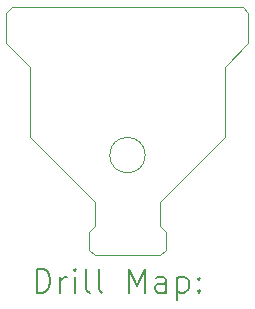
<source format=gbr>
%TF.GenerationSoftware,KiCad,Pcbnew,8.0.6*%
%TF.CreationDate,2025-07-11T16:26:12-05:00*%
%TF.ProjectId,PortFrontV1,506f7274-4672-46f6-9e74-56312e6b6963,rev?*%
%TF.SameCoordinates,Original*%
%TF.FileFunction,Drillmap*%
%TF.FilePolarity,Positive*%
%FSLAX45Y45*%
G04 Gerber Fmt 4.5, Leading zero omitted, Abs format (unit mm)*
G04 Created by KiCad (PCBNEW 8.0.6) date 2025-07-11 16:26:12*
%MOMM*%
%LPD*%
G01*
G04 APERTURE LIST*
%ADD10C,0.050000*%
%ADD11C,0.200000*%
G04 APERTURE END LIST*
D10*
X7725000Y-6250000D02*
G75*
G02*
X7425000Y-6250000I-150000J0D01*
G01*
X7425000Y-6250000D02*
G75*
G02*
X7725000Y-6250000I150000J0D01*
G01*
X8550000Y-5000000D02*
X6600000Y-5000000D01*
X7900000Y-7050000D02*
X7850000Y-7100000D01*
X8400000Y-6100000D02*
X7850000Y-6650000D01*
X7300000Y-6650000D02*
X7300000Y-6850000D01*
X6750000Y-6100000D02*
X7300000Y-6650000D01*
X7850000Y-6850000D02*
X7900000Y-6900000D01*
X7900000Y-6900000D02*
X7900000Y-7050000D01*
X6550000Y-5050000D02*
X6550000Y-5300000D01*
X7850000Y-6650000D02*
X7850000Y-6850000D01*
X8400000Y-5500000D02*
X8400000Y-6100000D01*
X7300000Y-7100000D02*
X7850000Y-7100000D01*
X6550000Y-5300000D02*
X6750000Y-5500000D01*
X7250000Y-7050000D02*
X7300000Y-7100000D01*
X8600000Y-5300000D02*
X8400000Y-5500000D01*
X8600000Y-5050000D02*
X8600000Y-5300000D01*
X8550000Y-5000000D02*
X8600000Y-5050000D01*
X6600000Y-5000000D02*
X6550000Y-5050000D01*
X6750000Y-5500000D02*
X6750000Y-6100000D01*
X7250000Y-6900000D02*
X7250000Y-7050000D01*
X7300000Y-6850000D02*
X7250000Y-6900000D01*
D11*
X6808277Y-7413984D02*
X6808277Y-7213984D01*
X6808277Y-7213984D02*
X6855896Y-7213984D01*
X6855896Y-7213984D02*
X6884467Y-7223508D01*
X6884467Y-7223508D02*
X6903515Y-7242555D01*
X6903515Y-7242555D02*
X6913039Y-7261603D01*
X6913039Y-7261603D02*
X6922562Y-7299698D01*
X6922562Y-7299698D02*
X6922562Y-7328269D01*
X6922562Y-7328269D02*
X6913039Y-7366365D01*
X6913039Y-7366365D02*
X6903515Y-7385412D01*
X6903515Y-7385412D02*
X6884467Y-7404460D01*
X6884467Y-7404460D02*
X6855896Y-7413984D01*
X6855896Y-7413984D02*
X6808277Y-7413984D01*
X7008277Y-7413984D02*
X7008277Y-7280650D01*
X7008277Y-7318746D02*
X7017801Y-7299698D01*
X7017801Y-7299698D02*
X7027324Y-7290174D01*
X7027324Y-7290174D02*
X7046372Y-7280650D01*
X7046372Y-7280650D02*
X7065420Y-7280650D01*
X7132086Y-7413984D02*
X7132086Y-7280650D01*
X7132086Y-7213984D02*
X7122562Y-7223508D01*
X7122562Y-7223508D02*
X7132086Y-7233031D01*
X7132086Y-7233031D02*
X7141610Y-7223508D01*
X7141610Y-7223508D02*
X7132086Y-7213984D01*
X7132086Y-7213984D02*
X7132086Y-7233031D01*
X7255896Y-7413984D02*
X7236848Y-7404460D01*
X7236848Y-7404460D02*
X7227324Y-7385412D01*
X7227324Y-7385412D02*
X7227324Y-7213984D01*
X7360658Y-7413984D02*
X7341610Y-7404460D01*
X7341610Y-7404460D02*
X7332086Y-7385412D01*
X7332086Y-7385412D02*
X7332086Y-7213984D01*
X7589229Y-7413984D02*
X7589229Y-7213984D01*
X7589229Y-7213984D02*
X7655896Y-7356841D01*
X7655896Y-7356841D02*
X7722562Y-7213984D01*
X7722562Y-7213984D02*
X7722562Y-7413984D01*
X7903515Y-7413984D02*
X7903515Y-7309222D01*
X7903515Y-7309222D02*
X7893991Y-7290174D01*
X7893991Y-7290174D02*
X7874943Y-7280650D01*
X7874943Y-7280650D02*
X7836848Y-7280650D01*
X7836848Y-7280650D02*
X7817801Y-7290174D01*
X7903515Y-7404460D02*
X7884467Y-7413984D01*
X7884467Y-7413984D02*
X7836848Y-7413984D01*
X7836848Y-7413984D02*
X7817801Y-7404460D01*
X7817801Y-7404460D02*
X7808277Y-7385412D01*
X7808277Y-7385412D02*
X7808277Y-7366365D01*
X7808277Y-7366365D02*
X7817801Y-7347317D01*
X7817801Y-7347317D02*
X7836848Y-7337793D01*
X7836848Y-7337793D02*
X7884467Y-7337793D01*
X7884467Y-7337793D02*
X7903515Y-7328269D01*
X7998753Y-7280650D02*
X7998753Y-7480650D01*
X7998753Y-7290174D02*
X8017801Y-7280650D01*
X8017801Y-7280650D02*
X8055896Y-7280650D01*
X8055896Y-7280650D02*
X8074943Y-7290174D01*
X8074943Y-7290174D02*
X8084467Y-7299698D01*
X8084467Y-7299698D02*
X8093991Y-7318746D01*
X8093991Y-7318746D02*
X8093991Y-7375888D01*
X8093991Y-7375888D02*
X8084467Y-7394936D01*
X8084467Y-7394936D02*
X8074943Y-7404460D01*
X8074943Y-7404460D02*
X8055896Y-7413984D01*
X8055896Y-7413984D02*
X8017801Y-7413984D01*
X8017801Y-7413984D02*
X7998753Y-7404460D01*
X8179705Y-7394936D02*
X8189229Y-7404460D01*
X8189229Y-7404460D02*
X8179705Y-7413984D01*
X8179705Y-7413984D02*
X8170182Y-7404460D01*
X8170182Y-7404460D02*
X8179705Y-7394936D01*
X8179705Y-7394936D02*
X8179705Y-7413984D01*
X8179705Y-7290174D02*
X8189229Y-7299698D01*
X8189229Y-7299698D02*
X8179705Y-7309222D01*
X8179705Y-7309222D02*
X8170182Y-7299698D01*
X8170182Y-7299698D02*
X8179705Y-7290174D01*
X8179705Y-7290174D02*
X8179705Y-7309222D01*
M02*

</source>
